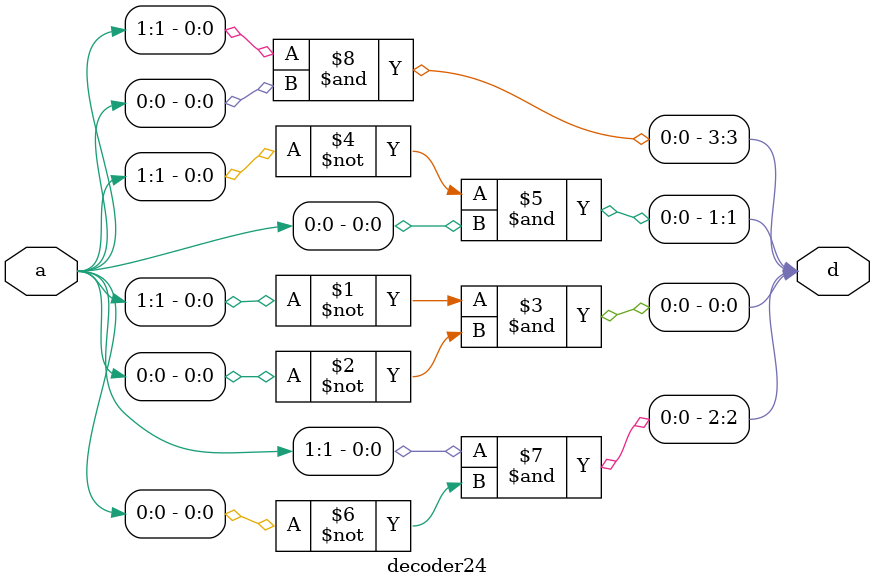
<source format=v>
module xor4 (   input [3:0] a,
                output y );
            
    assign y = ^a;
endmodule

// Q 4.8
module mux8 (   input [2:0] s,
                input d0, d1, d2, d3, d4, d5, d6, d7,
                output y );
            
    assign y = s[2] ? ( s[1] ? ( s[0] ? d7:d6 ) : ( s[0] ? d5:d4 ) ) : 
                        ( s[1] ? ( s[0] ? d3:d2 ) : ( s[0] ? d1:d0 ) );
endmodule

// Q 4.13
module decoder24 ( input [1:0] a,
                    output [3:0] d );
                    
    assign d[0] = ~ a[1] & ~ a[0];
    assign d[1] = ~ a[1] & a[0];
    assign d[2] = a[1] & ~ a[0];
    assign d[3] = a[1] & a[0];

endmodule
</source>
